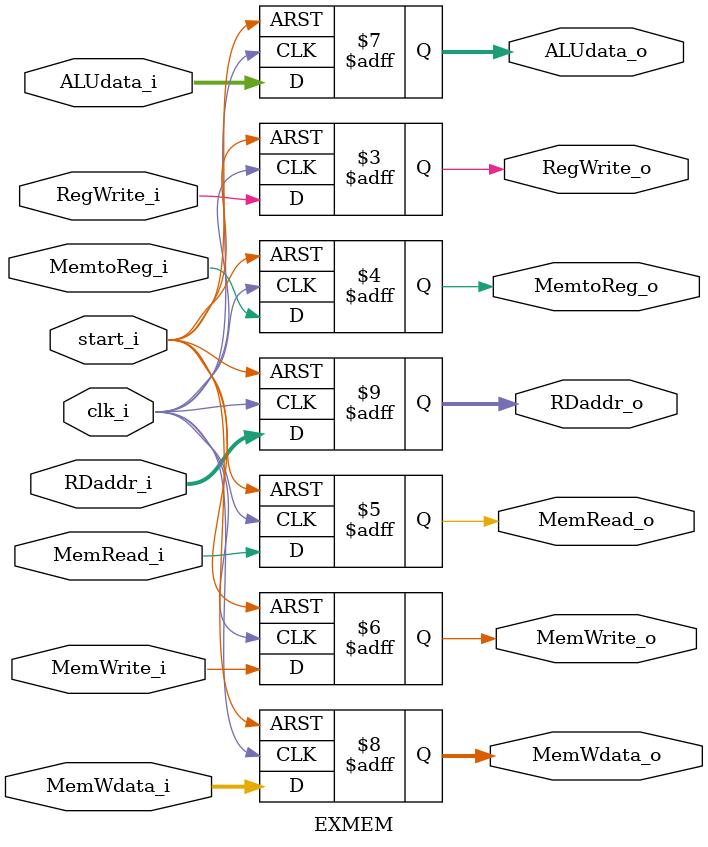
<source format=v>
module EXMEM
(
    clk_i,
    start_i,
    RegWrite_i,
    MemtoReg_i,
    MemRead_i,
    MemWrite_i,
    ALUdata_i,
    MemWdata_i,
    RDaddr_i, 
    RegWrite_o,
    MemtoReg_o,
    MemRead_o,
    MemWrite_o,
    ALUdata_o,
	MemWdata_o,
    RDaddr_o
);

input           clk_i,
                start_i,
                RegWrite_i,
                MemtoReg_i,
                MemRead_i,
                MemWrite_i; 
input [31:0]    ALUdata_i,
                MemWdata_i;
input [4:0]     RDaddr_i;
output          RegWrite_o, 
                MemtoReg_o, 
                MemRead_o,
                MemWrite_o; 
output [31:0]   ALUdata_o,
                MemWdata_o; 
output [4:0]    RDaddr_o;
reg             RegWrite_o,
                MemtoReg_o, 
                MemRead_o, 
                MemWrite_o; 
reg [31:0]      ALUdata_o,
                MemWdata_o;
reg [4:0]       RDaddr_o;

always @ ( posedge clk_i or negedge start_i) begin
	if (~start_i) begin 
		RegWrite_o <= 0;
		MemtoReg_o <= 0;
		MemRead_o <= 0;
		MemWrite_o <= 0;
		ALUdata_o <= 0;
		RDaddr_o <= 0;
		MemWdata_o <= 0;
	end
	else begin    
		RegWrite_o <= RegWrite_i;
		MemtoReg_o <= MemtoReg_i;
		MemRead_o <= MemRead_i;
		MemWrite_o <= MemWrite_i;
		ALUdata_o <= ALUdata_i;
		RDaddr_o <= RDaddr_i;
		MemWdata_o <= MemWdata_i;
	end
end

endmodule

</source>
